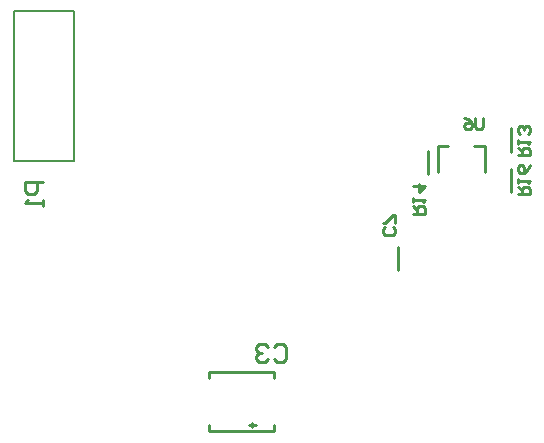
<source format=gbo>
%FSLAX44Y44*%
%MOMM*%
G71*
G01*
G75*
G04 Layer_Color=32896*
%ADD10R,1.4000X0.6500*%
%ADD11R,1.7800X0.4200*%
%ADD12R,1.0000X1.1000*%
%ADD13R,1.1000X1.0000*%
%ADD14R,0.3000X1.4000*%
%ADD15R,1.1000X1.9000*%
%ADD16R,0.6000X1.4000*%
%ADD17R,1.4500X0.5500*%
%ADD18R,0.5500X1.4500*%
%ADD19R,1.7000X0.6500*%
%ADD20R,0.8000X0.8000*%
%ADD21R,3.5000X2.6000*%
%ADD22C,1.0000*%
%ADD23C,0.2540*%
%ADD24C,0.3000*%
%ADD25C,0.7000*%
%ADD26C,0.4000*%
%ADD27C,0.5000*%
%ADD28C,0.6000*%
%ADD29C,4.0000*%
%ADD30R,1.5000X1.5000*%
%ADD31C,1.5000*%
%ADD32C,2.5000*%
%ADD33C,1.5240*%
%ADD34C,1.9000*%
%ADD35C,1.6000*%
%ADD36C,1.2700*%
%ADD37R,2.4000X3.0000*%
%ADD38R,0.6000X1.3000*%
%ADD39C,0.2500*%
%ADD40C,0.2000*%
%ADD41R,1.0000X2.3000*%
%ADD42R,1.6000X2.9000*%
%ADD43R,2.2000X7.8000*%
%ADD44R,2.6000X1.6000*%
%ADD45R,1.8000X8.8000*%
%ADD46R,8.8000X1.8000*%
%ADD47R,1.6032X0.8532*%
%ADD48R,1.9832X0.6232*%
%ADD49R,1.2032X1.3032*%
%ADD50R,1.3032X1.2032*%
%ADD51R,0.5032X1.6032*%
%ADD52R,1.3032X2.1032*%
%ADD53R,0.8032X1.6032*%
%ADD54R,1.6532X0.7532*%
%ADD55R,0.7532X1.6532*%
%ADD56R,1.9032X0.8532*%
%ADD57R,1.0032X1.0032*%
%ADD58R,3.7032X2.8032*%
%ADD59C,4.2032*%
%ADD60R,1.7032X1.7032*%
%ADD61C,1.7032*%
%ADD62C,2.7032*%
%ADD63C,1.7272*%
%ADD64C,2.1032*%
%ADD65C,1.8032*%
%ADD66C,1.4732*%
%ADD67R,2.6032X3.2032*%
%ADD68R,0.8032X1.5032*%
D23*
X348480Y515820D02*
Y535820D01*
X221960Y384790D02*
X227960D01*
X224960Y382790D02*
Y386790D01*
X187960Y379790D02*
Y384790D01*
Y379790D02*
X242960D01*
Y384790D01*
X187960Y424790D02*
Y429790D01*
X242960D01*
Y424790D02*
Y429790D01*
X443730Y581860D02*
Y601860D01*
X373880Y597100D02*
Y617100D01*
X443730Y616150D02*
Y636150D01*
X381870Y621100D02*
X390870D01*
X381870Y599100D02*
Y621100D01*
X421870Y599100D02*
Y621100D01*
X412870D02*
X421870D01*
X47380Y590210D02*
X32145D01*
Y582593D01*
X34684Y580053D01*
X39763D01*
X42302Y582593D01*
Y590210D01*
X47380Y574975D02*
Y569897D01*
Y572436D01*
X32145D01*
X34684Y574975D01*
X420506Y645165D02*
Y636834D01*
X418840Y635168D01*
X415508D01*
X413842Y636834D01*
Y645165D01*
X403845D02*
X407177Y643499D01*
X410510Y640166D01*
Y636834D01*
X408843Y635168D01*
X405511D01*
X403845Y636834D01*
Y638500D01*
X405511Y640166D01*
X410510D01*
X449970Y580050D02*
X459967D01*
Y585048D01*
X458301Y586715D01*
X454968D01*
X453302Y585048D01*
Y580050D01*
Y583382D02*
X449970Y586715D01*
Y590047D02*
Y593379D01*
Y591713D01*
X459967D01*
X458301Y590047D01*
X459967Y605042D02*
X458301Y601710D01*
X454968Y598377D01*
X451636D01*
X449970Y600044D01*
Y603376D01*
X451636Y605042D01*
X453302D01*
X454968Y603376D01*
Y598377D01*
X361070Y563540D02*
X371067D01*
Y568539D01*
X369401Y570205D01*
X366068D01*
X364402Y568539D01*
Y563540D01*
Y566872D02*
X361070Y570205D01*
Y573537D02*
Y576869D01*
Y575203D01*
X371067D01*
X369401Y573537D01*
X361070Y586866D02*
X371067D01*
X366068Y581867D01*
Y588532D01*
X449970Y613070D02*
X459967D01*
Y618069D01*
X458301Y619735D01*
X454968D01*
X453302Y618069D01*
Y613070D01*
Y616402D02*
X449970Y619735D01*
Y623067D02*
Y626399D01*
Y624733D01*
X459967D01*
X458301Y623067D01*
Y631398D02*
X459967Y633064D01*
Y636396D01*
X458301Y638062D01*
X456635D01*
X454968Y636396D01*
Y634730D01*
Y636396D01*
X453302Y638062D01*
X451636D01*
X449970Y636396D01*
Y633064D01*
X451636Y631398D01*
X344001Y552425D02*
X345667Y550759D01*
Y547426D01*
X344001Y545760D01*
X337336D01*
X335670Y547426D01*
Y550759D01*
X337336Y552425D01*
X345667Y555757D02*
Y562421D01*
X344001D01*
X337336Y555757D01*
X335670D01*
X243218Y451268D02*
X245757Y453807D01*
X250835D01*
X253374Y451268D01*
Y441111D01*
X250835Y438572D01*
X245757D01*
X243218Y441111D01*
X238139Y451268D02*
X235600Y453807D01*
X230522D01*
X227983Y451268D01*
Y448729D01*
X230522Y446190D01*
X233061D01*
X230522D01*
X227983Y443651D01*
Y441111D01*
X230522Y438572D01*
X235600D01*
X238139Y441111D01*
D40*
X74050Y607990D02*
Y734990D01*
X23250Y607990D02*
Y734990D01*
X74050D01*
X23250Y607990D02*
X74050D01*
M02*

</source>
